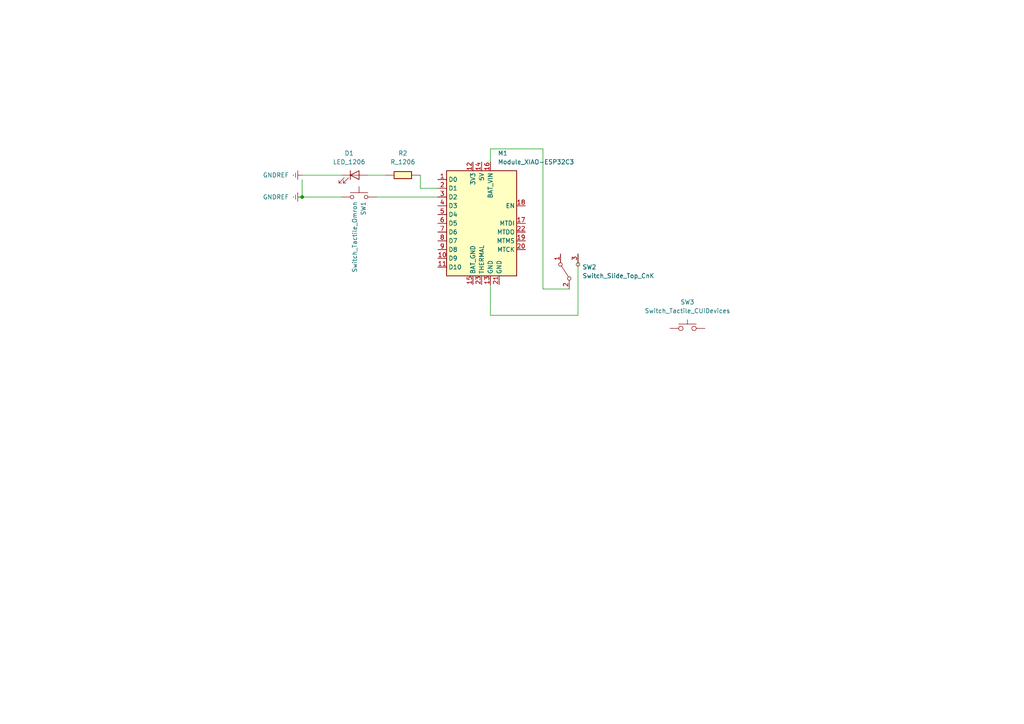
<source format=kicad_sch>
(kicad_sch
	(version 20250114)
	(generator "eeschema")
	(generator_version "9.0")
	(uuid "45a2b890-9628-4963-8740-5a1542b0683e")
	(paper "A4")
	(lib_symbols
		(symbol "fab:LED_1206"
			(pin_numbers
				(hide yes)
			)
			(pin_names
				(offset 1.016)
				(hide yes)
			)
			(exclude_from_sim no)
			(in_bom yes)
			(on_board yes)
			(property "Reference" "D"
				(at 0 2.54 0)
				(effects
					(font
						(size 1.27 1.27)
					)
				)
			)
			(property "Value" "LED_1206"
				(at 0 -2.54 0)
				(effects
					(font
						(size 1.27 1.27)
					)
				)
			)
			(property "Footprint" "fab:LED_1206"
				(at 0 0 0)
				(effects
					(font
						(size 1.27 1.27)
					)
					(hide yes)
				)
			)
			(property "Datasheet" "https://optoelectronics.liteon.com/upload/download/DS-22-98-0002/LTST-C150CKT.pdf"
				(at 0 0 0)
				(effects
					(font
						(size 1.27 1.27)
					)
					(hide yes)
				)
			)
			(property "Description" "Light emitting diode, Lite-On Inc. LTST, SMD"
				(at 0 0 0)
				(effects
					(font
						(size 1.27 1.27)
					)
					(hide yes)
				)
			)
			(property "ki_keywords" "LED diode 1206 SML-LX1206IC-TR SML-LX1206GC-TR 5988230107F 150120BS75000 QBLP650-IW HIR11-21C/L11/TR8"
				(at 0 0 0)
				(effects
					(font
						(size 1.27 1.27)
					)
					(hide yes)
				)
			)
			(property "ki_fp_filters" "*LED*1206*"
				(at 0 0 0)
				(effects
					(font
						(size 1.27 1.27)
					)
					(hide yes)
				)
			)
			(symbol "LED_1206_0_1"
				(polyline
					(pts
						(xy -3.048 -0.762) (xy -4.572 -2.286) (xy -3.81 -2.286) (xy -4.572 -2.286) (xy -4.572 -1.524)
					)
					(stroke
						(width 0)
						(type default)
					)
					(fill
						(type none)
					)
				)
				(polyline
					(pts
						(xy -1.778 -0.762) (xy -3.302 -2.286) (xy -2.54 -2.286) (xy -3.302 -2.286) (xy -3.302 -1.524)
					)
					(stroke
						(width 0)
						(type default)
					)
					(fill
						(type none)
					)
				)
				(polyline
					(pts
						(xy -1.27 0) (xy 1.27 0)
					)
					(stroke
						(width 0)
						(type default)
					)
					(fill
						(type none)
					)
				)
				(polyline
					(pts
						(xy -1.27 -1.27) (xy -1.27 1.27)
					)
					(stroke
						(width 0.2032)
						(type default)
					)
					(fill
						(type none)
					)
				)
				(polyline
					(pts
						(xy 1.27 -1.27) (xy 1.27 1.27) (xy -1.27 0) (xy 1.27 -1.27)
					)
					(stroke
						(width 0.2032)
						(type default)
					)
					(fill
						(type none)
					)
				)
			)
			(symbol "LED_1206_1_1"
				(pin passive line
					(at -3.81 0 0)
					(length 2.54)
					(name "K"
						(effects
							(font
								(size 1.27 1.27)
							)
						)
					)
					(number "1"
						(effects
							(font
								(size 1.27 1.27)
							)
						)
					)
				)
				(pin passive line
					(at 3.81 0 180)
					(length 2.54)
					(name "A"
						(effects
							(font
								(size 1.27 1.27)
							)
						)
					)
					(number "2"
						(effects
							(font
								(size 1.27 1.27)
							)
						)
					)
				)
			)
			(embedded_fonts no)
		)
		(symbol "fab:Module_XIAO-ESP32C3"
			(exclude_from_sim no)
			(in_bom yes)
			(on_board yes)
			(property "Reference" "M"
				(at -10.16 16.51 0)
				(effects
					(font
						(size 1.27 1.27)
					)
					(justify left)
				)
			)
			(property "Value" "Module_XIAO-ESP32C3"
				(at 3.81 16.51 0)
				(effects
					(font
						(size 1.27 1.27)
					)
					(justify left)
				)
			)
			(property "Footprint" "fab:SeeedStudio_XIAO_ESP32C3"
				(at 0 0 0)
				(effects
					(font
						(size 1.27 1.27)
					)
					(hide yes)
				)
			)
			(property "Datasheet" "https://wiki.seeedstudio.com/XIAO_ESP32C3_Getting_Started/"
				(at -2.54 0 0)
				(effects
					(font
						(size 1.27 1.27)
					)
					(hide yes)
				)
			)
			(property "Description" "ESP32-C3 Transceiver; 802.11 a/b/g/n (Wi-Fi, WiFi, WLAN), Bluetooth® Smart 4.x Low Energy (BLE) 2.4GHz Evaluation Board"
				(at 0 0 0)
				(effects
					(font
						(size 1.27 1.27)
					)
					(hide yes)
				)
			)
			(property "ki_keywords" "SEEED STUDIO XIAO ESP32C3 WIFI+B 113991054"
				(at 0 0 0)
				(effects
					(font
						(size 1.27 1.27)
					)
					(hide yes)
				)
			)
			(property "ki_fp_filters" "*SeeedStudio?XIAO?ESP32C*"
				(at 0 0 0)
				(effects
					(font
						(size 1.27 1.27)
					)
					(hide yes)
				)
			)
			(symbol "Module_XIAO-ESP32C3_1_1"
				(rectangle
					(start -10.16 15.24)
					(end 10.16 -15.24)
					(stroke
						(width 0.254)
						(type default)
					)
					(fill
						(type background)
					)
				)
				(pin bidirectional line
					(at -12.7 12.7 0)
					(length 2.54)
					(name "D0"
						(effects
							(font
								(size 1.27 1.27)
							)
						)
					)
					(number "1"
						(effects
							(font
								(size 1.27 1.27)
							)
						)
					)
				)
				(pin bidirectional line
					(at -12.7 10.16 0)
					(length 2.54)
					(name "D1"
						(effects
							(font
								(size 1.27 1.27)
							)
						)
					)
					(number "2"
						(effects
							(font
								(size 1.27 1.27)
							)
						)
					)
				)
				(pin bidirectional line
					(at -12.7 7.62 0)
					(length 2.54)
					(name "D2"
						(effects
							(font
								(size 1.27 1.27)
							)
						)
					)
					(number "3"
						(effects
							(font
								(size 1.27 1.27)
							)
						)
					)
				)
				(pin bidirectional line
					(at -12.7 5.08 0)
					(length 2.54)
					(name "D3"
						(effects
							(font
								(size 1.27 1.27)
							)
						)
					)
					(number "4"
						(effects
							(font
								(size 1.27 1.27)
							)
						)
					)
				)
				(pin bidirectional line
					(at -12.7 2.54 0)
					(length 2.54)
					(name "D4"
						(effects
							(font
								(size 1.27 1.27)
							)
						)
					)
					(number "5"
						(effects
							(font
								(size 1.27 1.27)
							)
						)
					)
				)
				(pin bidirectional line
					(at -12.7 0 0)
					(length 2.54)
					(name "D5"
						(effects
							(font
								(size 1.27 1.27)
							)
						)
					)
					(number "6"
						(effects
							(font
								(size 1.27 1.27)
							)
						)
					)
				)
				(pin bidirectional line
					(at -12.7 -2.54 0)
					(length 2.54)
					(name "D6"
						(effects
							(font
								(size 1.27 1.27)
							)
						)
					)
					(number "7"
						(effects
							(font
								(size 1.27 1.27)
							)
						)
					)
				)
				(pin bidirectional line
					(at -12.7 -5.08 0)
					(length 2.54)
					(name "D7"
						(effects
							(font
								(size 1.27 1.27)
							)
						)
					)
					(number "8"
						(effects
							(font
								(size 1.27 1.27)
							)
						)
					)
				)
				(pin bidirectional line
					(at -12.7 -7.62 0)
					(length 2.54)
					(name "D8"
						(effects
							(font
								(size 1.27 1.27)
							)
						)
					)
					(number "9"
						(effects
							(font
								(size 1.27 1.27)
							)
						)
					)
				)
				(pin bidirectional line
					(at -12.7 -10.16 0)
					(length 2.54)
					(name "D9"
						(effects
							(font
								(size 1.27 1.27)
							)
						)
					)
					(number "10"
						(effects
							(font
								(size 1.27 1.27)
							)
						)
					)
				)
				(pin bidirectional line
					(at -12.7 -12.7 0)
					(length 2.54)
					(name "D10"
						(effects
							(font
								(size 1.27 1.27)
							)
						)
					)
					(number "11"
						(effects
							(font
								(size 1.27 1.27)
							)
						)
					)
				)
				(pin power_in line
					(at -2.54 17.78 270)
					(length 2.54)
					(name "3V3"
						(effects
							(font
								(size 1.27 1.27)
							)
						)
					)
					(number "12"
						(effects
							(font
								(size 1.27 1.27)
							)
						)
					)
				)
				(pin power_in line
					(at -2.54 -17.78 90)
					(length 2.54)
					(name "BAT_GND"
						(effects
							(font
								(size 1.27 1.27)
							)
						)
					)
					(number "15"
						(effects
							(font
								(size 1.27 1.27)
							)
						)
					)
				)
				(pin power_in line
					(at 0 17.78 270)
					(length 2.54)
					(name "5V"
						(effects
							(font
								(size 1.27 1.27)
							)
						)
					)
					(number "14"
						(effects
							(font
								(size 1.27 1.27)
							)
						)
					)
				)
				(pin power_in line
					(at 0 -17.78 90)
					(length 2.54)
					(name "THERMAL"
						(effects
							(font
								(size 1.27 1.27)
							)
						)
					)
					(number "23"
						(effects
							(font
								(size 1.27 1.27)
							)
						)
					)
				)
				(pin power_in line
					(at 2.54 17.78 270)
					(length 2.54)
					(name "BAT_VIN"
						(effects
							(font
								(size 1.27 1.27)
							)
						)
					)
					(number "16"
						(effects
							(font
								(size 1.27 1.27)
							)
						)
					)
				)
				(pin power_in line
					(at 2.54 -17.78 90)
					(length 2.54)
					(name "GND"
						(effects
							(font
								(size 1.27 1.27)
							)
						)
					)
					(number "13"
						(effects
							(font
								(size 1.27 1.27)
							)
						)
					)
				)
				(pin power_in line
					(at 5.08 -17.78 90)
					(length 2.54)
					(name "GND"
						(effects
							(font
								(size 1.27 1.27)
							)
						)
					)
					(number "21"
						(effects
							(font
								(size 1.27 1.27)
							)
						)
					)
				)
				(pin input line
					(at 12.7 5.08 180)
					(length 2.54)
					(name "EN"
						(effects
							(font
								(size 1.27 1.27)
							)
						)
					)
					(number "18"
						(effects
							(font
								(size 1.27 1.27)
							)
						)
					)
				)
				(pin input line
					(at 12.7 0 180)
					(length 2.54)
					(name "MTDI"
						(effects
							(font
								(size 1.27 1.27)
							)
						)
					)
					(number "17"
						(effects
							(font
								(size 1.27 1.27)
							)
						)
					)
				)
				(pin output line
					(at 12.7 -2.54 180)
					(length 2.54)
					(name "MTDO"
						(effects
							(font
								(size 1.27 1.27)
							)
						)
					)
					(number "22"
						(effects
							(font
								(size 1.27 1.27)
							)
						)
					)
				)
				(pin input line
					(at 12.7 -5.08 180)
					(length 2.54)
					(name "MTMS"
						(effects
							(font
								(size 1.27 1.27)
							)
						)
					)
					(number "19"
						(effects
							(font
								(size 1.27 1.27)
							)
						)
					)
				)
				(pin input line
					(at 12.7 -7.62 180)
					(length 2.54)
					(name "MTCK"
						(effects
							(font
								(size 1.27 1.27)
							)
						)
					)
					(number "20"
						(effects
							(font
								(size 1.27 1.27)
							)
						)
					)
				)
			)
			(embedded_fonts no)
		)
		(symbol "fab:R_1206"
			(pin_numbers
				(hide yes)
			)
			(pin_names
				(offset 0)
			)
			(exclude_from_sim no)
			(in_bom yes)
			(on_board yes)
			(property "Reference" "R"
				(at 2.54 0 90)
				(effects
					(font
						(size 1.27 1.27)
					)
				)
			)
			(property "Value" "R_1206"
				(at -2.54 0 90)
				(effects
					(font
						(size 1.27 1.27)
					)
				)
			)
			(property "Footprint" "fab:R_1206"
				(at 0 0 90)
				(effects
					(font
						(size 1.27 1.27)
					)
					(hide yes)
				)
			)
			(property "Datasheet" "~"
				(at 0 0 0)
				(effects
					(font
						(size 1.27 1.27)
					)
					(hide yes)
				)
			)
			(property "Description" "Resistor"
				(at 0 0 0)
				(effects
					(font
						(size 1.27 1.27)
					)
					(hide yes)
				)
			)
			(property "ki_keywords" "R res resistor RC1206FR-074M99L RC1206FR-07499KL RC1206FR-0749K9L RC1206FR-0749R9L RC1206FR-074R99L ERJ-8BWJR100V RC1206FR-070RL RC1206FR-071RL RC1206FR-0710RL RC1206FR-07100RL RC1206FR-07499RL RC1206FR-071KL RC1206FR-074K99L RC1206FR-0710KL RC1206FR-07100KL RC1206FR-071ML RC1206FR-0710ML PT1206FR-070R1L"
				(at 0 0 0)
				(effects
					(font
						(size 1.27 1.27)
					)
					(hide yes)
				)
			)
			(property "ki_fp_filters" "*R*1206*"
				(at 0 0 0)
				(effects
					(font
						(size 1.27 1.27)
					)
					(hide yes)
				)
			)
			(symbol "R_1206_0_1"
				(rectangle
					(start -1.016 -2.54)
					(end 1.016 2.54)
					(stroke
						(width 0.254)
						(type default)
					)
					(fill
						(type background)
					)
				)
			)
			(symbol "R_1206_1_1"
				(pin passive line
					(at 0 5.08 270)
					(length 2.54)
					(name "~"
						(effects
							(font
								(size 1.27 1.27)
							)
						)
					)
					(number "1"
						(effects
							(font
								(size 1.27 1.27)
							)
						)
					)
				)
				(pin passive line
					(at 0 -5.08 90)
					(length 2.54)
					(name "~"
						(effects
							(font
								(size 1.27 1.27)
							)
						)
					)
					(number "2"
						(effects
							(font
								(size 1.27 1.27)
							)
						)
					)
				)
			)
			(embedded_fonts no)
		)
		(symbol "fab:Switch_Slide_Top_CnK"
			(pin_names
				(offset 0)
				(hide yes)
			)
			(exclude_from_sim no)
			(in_bom yes)
			(on_board yes)
			(property "Reference" "SW"
				(at 0 4.318 0)
				(effects
					(font
						(size 1.27 1.27)
					)
				)
			)
			(property "Value" "Switch_Slide_Top_CnK"
				(at 0 -5.08 0)
				(effects
					(font
						(size 1.27 1.27)
					)
				)
			)
			(property "Footprint" "fab:Switch_Slide_Top_CnK_JS102011SCQN_8.5x3.5mm"
				(at 0 0 0)
				(effects
					(font
						(size 1.27 1.27)
					)
					(hide yes)
				)
			)
			(property "Datasheet" "https://www.ckswitches.com/media/1422/js.pdf"
				(at 0 0 0)
				(effects
					(font
						(size 1.27 1.27)
					)
					(hide yes)
				)
			)
			(property "Description" "Slide Switch SPDT Surface Mount"
				(at 0 0 0)
				(effects
					(font
						(size 1.27 1.27)
					)
					(hide yes)
				)
			)
			(property "ki_keywords" "switch single-pole double-throw spdt ON-ON JS102011JCQN JS102011SCQN top smd"
				(at 0 0 0)
				(effects
					(font
						(size 1.27 1.27)
					)
					(hide yes)
				)
			)
			(property "ki_fp_filters" "*Switch*CnK?JS102011JCQN*"
				(at 0 0 0)
				(effects
					(font
						(size 1.27 1.27)
					)
					(hide yes)
				)
			)
			(symbol "Switch_Slide_Top_CnK_0_0"
				(circle
					(center -2.032 0)
					(radius 0.508)
					(stroke
						(width 0)
						(type default)
					)
					(fill
						(type none)
					)
				)
				(circle
					(center 2.032 -2.54)
					(radius 0.508)
					(stroke
						(width 0)
						(type default)
					)
					(fill
						(type none)
					)
				)
			)
			(symbol "Switch_Slide_Top_CnK_0_1"
				(polyline
					(pts
						(xy -1.524 0.254) (xy 1.651 2.286)
					)
					(stroke
						(width 0)
						(type default)
					)
					(fill
						(type none)
					)
				)
				(circle
					(center 2.032 2.54)
					(radius 0.508)
					(stroke
						(width 0)
						(type default)
					)
					(fill
						(type none)
					)
				)
			)
			(symbol "Switch_Slide_Top_CnK_1_1"
				(pin passive line
					(at -5.08 0 0)
					(length 2.54)
					(name "B"
						(effects
							(font
								(size 1.27 1.27)
							)
						)
					)
					(number "2"
						(effects
							(font
								(size 1.27 1.27)
							)
						)
					)
				)
				(pin passive line
					(at 5.08 2.54 180)
					(length 2.54)
					(name "A"
						(effects
							(font
								(size 1.27 1.27)
							)
						)
					)
					(number "1"
						(effects
							(font
								(size 1.27 1.27)
							)
						)
					)
				)
				(pin passive line
					(at 5.08 -2.54 180)
					(length 2.54)
					(name "C"
						(effects
							(font
								(size 1.27 1.27)
							)
						)
					)
					(number "3"
						(effects
							(font
								(size 1.27 1.27)
							)
						)
					)
				)
			)
			(embedded_fonts no)
		)
		(symbol "fab:Switch_Tactile_CUIDevices"
			(pin_numbers
				(hide yes)
			)
			(pin_names
				(hide yes)
			)
			(exclude_from_sim no)
			(in_bom yes)
			(on_board yes)
			(property "Reference" "SW"
				(at 1.905 3.175 0)
				(effects
					(font
						(size 1.27 1.27)
					)
				)
			)
			(property "Value" "Switch_Tactile_CUIDevices"
				(at 0 0 0)
				(effects
					(font
						(size 1.27 1.27)
					)
				)
			)
			(property "Footprint" "fab:Button_CUIDevices_TS04-66-43-BK-260-SMT_6.0x6.0mm"
				(at 0 0 0)
				(effects
					(font
						(size 1.27 1.27)
					)
					(hide yes)
				)
			)
			(property "Datasheet" "https://www.cuidevices.com/product/resource/ts04.pdf"
				(at 0 0 0)
				(effects
					(font
						(size 1.27 1.27)
					)
					(hide yes)
				)
			)
			(property "Description" "SWITCH TACTILE SPST-NO 0.05A 15V"
				(at 0 0 0)
				(effects
					(font
						(size 1.27 1.27)
					)
					(hide yes)
				)
			)
			(property "ki_keywords" "btn button tactile switch low profile TS04-66-43-BK-260-SMT"
				(at 0 0 0)
				(effects
					(font
						(size 1.27 1.27)
					)
					(hide yes)
				)
			)
			(property "ki_fp_filters" "*Button?CUIDevices?TS04?66?43?BK?260*"
				(at 0 0 0)
				(effects
					(font
						(size 1.27 1.27)
					)
					(hide yes)
				)
			)
			(symbol "Switch_Tactile_CUIDevices_0_1"
				(polyline
					(pts
						(xy -2.54 1.27) (xy 2.54 1.27)
					)
					(stroke
						(width 0)
						(type default)
					)
					(fill
						(type none)
					)
				)
				(circle
					(center -1.905 0)
					(radius 0.635)
					(stroke
						(width 0)
						(type default)
					)
					(fill
						(type none)
					)
				)
				(polyline
					(pts
						(xy 0 1.27) (xy 0 2.54)
					)
					(stroke
						(width 0)
						(type default)
					)
					(fill
						(type none)
					)
				)
				(circle
					(center 1.905 0)
					(radius 0.635)
					(stroke
						(width 0)
						(type default)
					)
					(fill
						(type none)
					)
				)
			)
			(symbol "Switch_Tactile_CUIDevices_1_1"
				(pin input line
					(at -5.08 0 0)
					(length 2.54)
					(name ""
						(effects
							(font
								(size 1.27 1.27)
							)
						)
					)
					(number "1"
						(effects
							(font
								(size 1.27 1.27)
							)
						)
					)
				)
				(pin input line
					(at -5.08 0 0)
					(length 2.54)
					(hide yes)
					(name ""
						(effects
							(font
								(size 1.27 1.27)
							)
						)
					)
					(number "2"
						(effects
							(font
								(size 1.27 1.27)
							)
						)
					)
				)
				(pin input line
					(at 5.08 0 180)
					(length 2.54)
					(name ""
						(effects
							(font
								(size 1.27 1.27)
							)
						)
					)
					(number "3"
						(effects
							(font
								(size 1.27 1.27)
							)
						)
					)
				)
				(pin input line
					(at 5.08 0 180)
					(length 2.54)
					(hide yes)
					(name ""
						(effects
							(font
								(size 1.27 1.27)
							)
						)
					)
					(number "4"
						(effects
							(font
								(size 1.27 1.27)
							)
						)
					)
				)
			)
			(embedded_fonts no)
		)
		(symbol "fab:Switch_Tactile_Omron"
			(pin_numbers
				(hide yes)
			)
			(pin_names
				(offset 1.016)
				(hide yes)
			)
			(exclude_from_sim no)
			(in_bom yes)
			(on_board yes)
			(property "Reference" "SW"
				(at 1.27 2.54 0)
				(effects
					(font
						(size 1.27 1.27)
					)
					(justify left)
				)
			)
			(property "Value" "Switch_Tactile_Omron"
				(at 0 -1.524 0)
				(effects
					(font
						(size 1.27 1.27)
					)
				)
			)
			(property "Footprint" "fab:Button_Omron_B3SN_6.0x6.0mm"
				(at 0 0 0)
				(effects
					(font
						(size 1.27 1.27)
					)
					(hide yes)
				)
			)
			(property "Datasheet" "https://omronfs.omron.com/en_US/ecb/products/pdf/en-b3sn.pdf"
				(at 0 0 0)
				(effects
					(font
						(size 1.27 1.27)
					)
					(hide yes)
				)
			)
			(property "Description" "Push button switch, Omron, B3SN, Sealed Tactile Switch (SMT), SPST-NO Top Actuated Surface Mount"
				(at 0 0 0)
				(effects
					(font
						(size 1.27 1.27)
					)
					(hide yes)
				)
			)
			(property "ki_keywords" "switch normally-open pushbutton push-button button tactile spst single pole single throw B3SN-3112P"
				(at 0 0 0)
				(effects
					(font
						(size 1.27 1.27)
					)
					(hide yes)
				)
			)
			(property "ki_fp_filters" "*Button*"
				(at 0 0 0)
				(effects
					(font
						(size 1.27 1.27)
					)
					(hide yes)
				)
			)
			(symbol "Switch_Tactile_Omron_0_1"
				(circle
					(center -2.032 0)
					(radius 0.508)
					(stroke
						(width 0)
						(type default)
					)
					(fill
						(type none)
					)
				)
				(polyline
					(pts
						(xy 0 1.27) (xy 0 3.048)
					)
					(stroke
						(width 0)
						(type default)
					)
					(fill
						(type none)
					)
				)
				(circle
					(center 2.032 0)
					(radius 0.508)
					(stroke
						(width 0)
						(type default)
					)
					(fill
						(type none)
					)
				)
				(polyline
					(pts
						(xy 2.54 1.27) (xy -2.54 1.27)
					)
					(stroke
						(width 0)
						(type default)
					)
					(fill
						(type none)
					)
				)
				(pin passive line
					(at -5.08 0 0)
					(length 2.54)
					(name "1"
						(effects
							(font
								(size 1.27 1.27)
							)
						)
					)
					(number "1"
						(effects
							(font
								(size 1.27 1.27)
							)
						)
					)
				)
				(pin passive line
					(at 5.08 0 180)
					(length 2.54)
					(name "2"
						(effects
							(font
								(size 1.27 1.27)
							)
						)
					)
					(number "2"
						(effects
							(font
								(size 1.27 1.27)
							)
						)
					)
				)
			)
			(embedded_fonts no)
		)
		(symbol "power:GNDREF"
			(power)
			(pin_numbers
				(hide yes)
			)
			(pin_names
				(offset 0)
				(hide yes)
			)
			(exclude_from_sim no)
			(in_bom yes)
			(on_board yes)
			(property "Reference" "#PWR"
				(at 0 -6.35 0)
				(effects
					(font
						(size 1.27 1.27)
					)
					(hide yes)
				)
			)
			(property "Value" "GNDREF"
				(at 0 -3.81 0)
				(effects
					(font
						(size 1.27 1.27)
					)
				)
			)
			(property "Footprint" ""
				(at 0 0 0)
				(effects
					(font
						(size 1.27 1.27)
					)
					(hide yes)
				)
			)
			(property "Datasheet" ""
				(at 0 0 0)
				(effects
					(font
						(size 1.27 1.27)
					)
					(hide yes)
				)
			)
			(property "Description" "Power symbol creates a global label with name \"GNDREF\" , reference supply ground"
				(at 0 0 0)
				(effects
					(font
						(size 1.27 1.27)
					)
					(hide yes)
				)
			)
			(property "ki_keywords" "global power"
				(at 0 0 0)
				(effects
					(font
						(size 1.27 1.27)
					)
					(hide yes)
				)
			)
			(symbol "GNDREF_0_1"
				(polyline
					(pts
						(xy -0.635 -1.905) (xy 0.635 -1.905)
					)
					(stroke
						(width 0)
						(type default)
					)
					(fill
						(type none)
					)
				)
				(polyline
					(pts
						(xy -0.127 -2.54) (xy 0.127 -2.54)
					)
					(stroke
						(width 0)
						(type default)
					)
					(fill
						(type none)
					)
				)
				(polyline
					(pts
						(xy 0 -1.27) (xy 0 0)
					)
					(stroke
						(width 0)
						(type default)
					)
					(fill
						(type none)
					)
				)
				(polyline
					(pts
						(xy 1.27 -1.27) (xy -1.27 -1.27)
					)
					(stroke
						(width 0)
						(type default)
					)
					(fill
						(type none)
					)
				)
			)
			(symbol "GNDREF_1_1"
				(pin power_in line
					(at 0 0 270)
					(length 0)
					(name "~"
						(effects
							(font
								(size 1.27 1.27)
							)
						)
					)
					(number "1"
						(effects
							(font
								(size 1.27 1.27)
							)
						)
					)
				)
			)
			(embedded_fonts no)
		)
	)
	(junction
		(at 87.63 57.15)
		(diameter 0)
		(color 0 0 0 0)
		(uuid "d98da6a7-3680-45c1-83ef-7a917dd27da3")
	)
	(wire
		(pts
			(xy 157.48 43.18) (xy 157.48 83.82)
		)
		(stroke
			(width 0)
			(type default)
		)
		(uuid "0269cb3f-992f-4d43-9924-416403b4ded1")
	)
	(wire
		(pts
			(xy 106.68 50.8) (xy 111.76 50.8)
		)
		(stroke
			(width 0)
			(type default)
		)
		(uuid "125527f0-4410-47ef-9c2c-f2cf84edc0f3")
	)
	(wire
		(pts
			(xy 121.92 54.61) (xy 127 54.61)
		)
		(stroke
			(width 0)
			(type default)
		)
		(uuid "1b91ad46-89e0-4247-8c0f-f15c5e733f7c")
	)
	(wire
		(pts
			(xy 142.24 91.44) (xy 142.24 82.55)
		)
		(stroke
			(width 0)
			(type default)
		)
		(uuid "24b7ea71-acd0-4410-baaa-13f839145579")
	)
	(wire
		(pts
			(xy 109.22 57.15) (xy 127 57.15)
		)
		(stroke
			(width 0)
			(type default)
		)
		(uuid "28ee503a-204f-421c-9c9d-b6c8a405fcb0")
	)
	(wire
		(pts
			(xy 87.63 52.07) (xy 87.63 57.15)
		)
		(stroke
			(width 0)
			(type default)
		)
		(uuid "4eb9a6c5-4830-4691-bd5c-7e8e02ffd78f")
	)
	(wire
		(pts
			(xy 142.24 91.44) (xy 167.64 91.44)
		)
		(stroke
			(width 0)
			(type default)
		)
		(uuid "6b64aade-3d0b-4295-90a5-072583b61f6a")
	)
	(wire
		(pts
			(xy 87.63 57.15) (xy 99.06 57.15)
		)
		(stroke
			(width 0)
			(type default)
		)
		(uuid "70146e02-9661-4e88-a761-4ecd2bab0ad9")
	)
	(wire
		(pts
			(xy 142.24 43.18) (xy 142.24 46.99)
		)
		(stroke
			(width 0)
			(type default)
		)
		(uuid "84bfc405-720f-4385-91b2-7b4285cd1732")
	)
	(wire
		(pts
			(xy 142.24 43.18) (xy 157.48 43.18)
		)
		(stroke
			(width 0)
			(type default)
		)
		(uuid "a2e01812-bfc1-4b00-8177-b9b6af766479")
	)
	(wire
		(pts
			(xy 167.64 73.66) (xy 167.64 91.44)
		)
		(stroke
			(width 0)
			(type default)
		)
		(uuid "b0b8ff1a-2de4-4f9b-af17-9076538cde44")
	)
	(wire
		(pts
			(xy 157.48 83.82) (xy 165.1 83.82)
		)
		(stroke
			(width 0)
			(type default)
		)
		(uuid "c12a1583-b44e-4370-aae7-964a2bb46dae")
	)
	(wire
		(pts
			(xy 121.92 50.8) (xy 121.92 54.61)
		)
		(stroke
			(width 0)
			(type default)
		)
		(uuid "d37fd010-45c5-413c-acb9-6848b60bb6af")
	)
	(wire
		(pts
			(xy 87.63 50.8) (xy 99.06 50.8)
		)
		(stroke
			(width 0)
			(type default)
		)
		(uuid "f92d1ffe-2a27-4d73-9537-2f3e7d85f871")
	)
	(symbol
		(lib_id "fab:Switch_Slide_Top_CnK")
		(at 165.1 78.74 90)
		(unit 1)
		(exclude_from_sim no)
		(in_bom yes)
		(on_board yes)
		(dnp no)
		(fields_autoplaced yes)
		(uuid "0087d8fb-d9fb-4fdf-aef0-fa8b8e7f77a7")
		(property "Reference" "SW2"
			(at 168.91 77.4699 90)
			(effects
				(font
					(size 1.27 1.27)
				)
				(justify right)
			)
		)
		(property "Value" "Switch_Slide_Top_CnK"
			(at 168.91 80.0099 90)
			(effects
				(font
					(size 1.27 1.27)
				)
				(justify right)
			)
		)
		(property "Footprint" "fab:Switch_Slide_Top_CnK_JS102011SCQN_8.5x3.5mm"
			(at 165.1 78.74 0)
			(effects
				(font
					(size 1.27 1.27)
				)
				(hide yes)
			)
		)
		(property "Datasheet" "https://www.ckswitches.com/media/1422/js.pdf"
			(at 165.1 78.74 0)
			(effects
				(font
					(size 1.27 1.27)
				)
				(hide yes)
			)
		)
		(property "Description" "Slide Switch SPDT Surface Mount"
			(at 165.1 78.74 0)
			(effects
				(font
					(size 1.27 1.27)
				)
				(hide yes)
			)
		)
		(pin "2"
			(uuid "d67807a8-c7cc-47a1-93ab-0fef05464f96")
		)
		(pin "3"
			(uuid "b6cdb0db-512b-485f-b8b0-cc70fba4b06f")
		)
		(pin "1"
			(uuid "8c47d285-833a-44f2-9964-3208019dcc0c")
		)
		(instances
			(project ""
				(path "/45a2b890-9628-4963-8740-5a1542b0683e"
					(reference "SW2")
					(unit 1)
				)
			)
		)
	)
	(symbol
		(lib_id "fab:R_1206")
		(at 116.84 50.8 90)
		(unit 1)
		(exclude_from_sim no)
		(in_bom yes)
		(on_board yes)
		(dnp no)
		(uuid "0c96a400-1bf2-481a-b683-e9a4a2a1ea5c")
		(property "Reference" "R2"
			(at 116.84 44.45 90)
			(effects
				(font
					(size 1.27 1.27)
				)
			)
		)
		(property "Value" "R_1206"
			(at 116.84 46.99 90)
			(effects
				(font
					(size 1.27 1.27)
				)
			)
		)
		(property "Footprint" "fab:R_1206"
			(at 116.84 50.8 90)
			(effects
				(font
					(size 1.27 1.27)
				)
				(hide yes)
			)
		)
		(property "Datasheet" "1002?"
			(at 116.84 50.8 0)
			(effects
				(font
					(size 1.27 1.27)
				)
				(hide yes)
			)
		)
		(property "Description" "Resistor"
			(at 116.84 50.8 0)
			(effects
				(font
					(size 1.27 1.27)
				)
				(hide yes)
			)
		)
		(pin "2"
			(uuid "d2c34d88-c320-4645-aa72-fdddd619133d")
		)
		(pin "1"
			(uuid "4f9d3cf8-c9f2-4e2f-8a58-82af007224bd")
		)
		(instances
			(project ""
				(path "/45a2b890-9628-4963-8740-5a1542b0683e"
					(reference "R2")
					(unit 1)
				)
			)
		)
	)
	(symbol
		(lib_id "fab:Switch_Tactile_CUIDevices")
		(at 199.39 95.25 0)
		(unit 1)
		(exclude_from_sim no)
		(in_bom yes)
		(on_board yes)
		(dnp no)
		(fields_autoplaced yes)
		(uuid "46133a00-284d-4348-a55c-6530962a000c")
		(property "Reference" "SW3"
			(at 199.39 87.63 0)
			(effects
				(font
					(size 1.27 1.27)
				)
			)
		)
		(property "Value" "Switch_Tactile_CUIDevices"
			(at 199.39 90.17 0)
			(effects
				(font
					(size 1.27 1.27)
				)
			)
		)
		(property "Footprint" "fab:Button_CUIDevices_TS04-66-43-BK-260-SMT_6.0x6.0mm"
			(at 199.39 95.25 0)
			(effects
				(font
					(size 1.27 1.27)
				)
				(hide yes)
			)
		)
		(property "Datasheet" "https://www.cuidevices.com/product/resource/ts04.pdf"
			(at 199.39 95.25 0)
			(effects
				(font
					(size 1.27 1.27)
				)
				(hide yes)
			)
		)
		(property "Description" "SWITCH TACTILE SPST-NO 0.05A 15V"
			(at 199.39 95.25 0)
			(effects
				(font
					(size 1.27 1.27)
				)
				(hide yes)
			)
		)
		(pin "3"
			(uuid "ade3646f-c683-4e53-84a4-e763aab8925c")
		)
		(pin "2"
			(uuid "7fac661f-b3d1-475d-90c9-8cb43bc1e0ce")
		)
		(pin "1"
			(uuid "1ee85073-96df-4a2e-9a61-ab26b76d3787")
		)
		(pin "4"
			(uuid "2d094fc0-3e0f-4110-b929-e77ccbb7ab7e")
		)
		(instances
			(project ""
				(path "/45a2b890-9628-4963-8740-5a1542b0683e"
					(reference "SW3")
					(unit 1)
				)
			)
		)
	)
	(symbol
		(lib_id "power:GNDREF")
		(at 87.63 50.8 270)
		(unit 1)
		(exclude_from_sim no)
		(in_bom yes)
		(on_board yes)
		(dnp no)
		(fields_autoplaced yes)
		(uuid "54dcd0a9-4376-42f1-b23a-632e39a03695")
		(property "Reference" "#PWR01"
			(at 81.28 50.8 0)
			(effects
				(font
					(size 1.27 1.27)
				)
				(hide yes)
			)
		)
		(property "Value" "GNDREF"
			(at 83.82 50.7999 90)
			(effects
				(font
					(size 1.27 1.27)
				)
				(justify right)
			)
		)
		(property "Footprint" ""
			(at 87.63 50.8 0)
			(effects
				(font
					(size 1.27 1.27)
				)
				(hide yes)
			)
		)
		(property "Datasheet" ""
			(at 87.63 50.8 0)
			(effects
				(font
					(size 1.27 1.27)
				)
				(hide yes)
			)
		)
		(property "Description" "Power symbol creates a global label with name \"GNDREF\" , reference supply ground"
			(at 87.63 50.8 0)
			(effects
				(font
					(size 1.27 1.27)
				)
				(hide yes)
			)
		)
		(pin "1"
			(uuid "6ea61697-0f3a-4fdb-b46e-6efd6e97181b")
		)
		(instances
			(project ""
				(path "/45a2b890-9628-4963-8740-5a1542b0683e"
					(reference "#PWR01")
					(unit 1)
				)
			)
		)
	)
	(symbol
		(lib_id "fab:Module_XIAO-ESP32C3")
		(at 139.7 64.77 0)
		(unit 1)
		(exclude_from_sim no)
		(in_bom yes)
		(on_board yes)
		(dnp no)
		(fields_autoplaced yes)
		(uuid "626bf627-5047-4e4a-8b6b-6f4be852a2b2")
		(property "Reference" "M1"
			(at 144.3833 44.45 0)
			(effects
				(font
					(size 1.27 1.27)
				)
				(justify left)
			)
		)
		(property "Value" "Module_XIAO-ESP32C3"
			(at 144.3833 46.99 0)
			(effects
				(font
					(size 1.27 1.27)
				)
				(justify left)
			)
		)
		(property "Footprint" "fab:SeeedStudio_XIAO_ESP32C3"
			(at 139.7 64.77 0)
			(effects
				(font
					(size 1.27 1.27)
				)
				(hide yes)
			)
		)
		(property "Datasheet" "https://wiki.seeedstudio.com/XIAO_ESP32C3_Getting_Started/"
			(at 137.16 64.77 0)
			(effects
				(font
					(size 1.27 1.27)
				)
				(hide yes)
			)
		)
		(property "Description" "ESP32-C3 Transceiver; 802.11 a/b/g/n (Wi-Fi, WiFi, WLAN), Bluetooth® Smart 4.x Low Energy (BLE) 2.4GHz Evaluation Board"
			(at 139.7 64.77 0)
			(effects
				(font
					(size 1.27 1.27)
				)
				(hide yes)
			)
		)
		(pin "14"
			(uuid "266dd162-190f-44d6-a74c-d145693127c2")
		)
		(pin "17"
			(uuid "9a7f4838-41d4-4e6b-bea6-ed5a8fa7336b")
		)
		(pin "22"
			(uuid "a40fe2d7-9fd3-40b7-b8ed-db3cdb4ac3ef")
		)
		(pin "9"
			(uuid "f469f23b-41b3-41ce-94e9-e48cc713a7a5")
		)
		(pin "11"
			(uuid "67e885ec-dae6-4033-8932-7c5b8cc356b7")
		)
		(pin "12"
			(uuid "f4f18227-b280-4795-aa88-385621828528")
		)
		(pin "1"
			(uuid "ba78603f-b823-4883-81d6-7ccb27931dfe")
		)
		(pin "15"
			(uuid "b82d4de0-d56e-404d-abc3-edb7194fe585")
		)
		(pin "10"
			(uuid "b8a60a0f-3a98-4925-92c8-cef4892cb26e")
		)
		(pin "13"
			(uuid "f93bd0ce-44d2-4998-9d7c-a3e6eaacb480")
		)
		(pin "4"
			(uuid "5ab0cac8-97dd-49bb-8de9-192b695f6ac8")
		)
		(pin "20"
			(uuid "071d212b-788c-4c4a-8000-764846ea6114")
		)
		(pin "21"
			(uuid "a7663bc5-cf17-41c3-971a-4da6df0de101")
		)
		(pin "5"
			(uuid "36b03a9d-05a5-4f42-af71-f95886f536b5")
		)
		(pin "3"
			(uuid "bebbef24-811f-43b2-8d22-48754162082c")
		)
		(pin "6"
			(uuid "18324497-2949-43cb-8526-9fea51b3ae0b")
		)
		(pin "2"
			(uuid "3790dc0a-f6ee-4d91-a59e-2025ae0d7051")
		)
		(pin "7"
			(uuid "1cef5508-7ac7-4bc4-b710-2792dcc3c27b")
		)
		(pin "23"
			(uuid "7470de6a-d200-4a88-ada4-857b10d2ef5f")
		)
		(pin "16"
			(uuid "eb0520dc-bd57-480e-ad83-2c6e6ddf4875")
		)
		(pin "8"
			(uuid "d76885de-564f-47af-b73b-36da6502a91f")
		)
		(pin "18"
			(uuid "d0a9013b-6604-4003-969f-92451e58c51f")
		)
		(pin "19"
			(uuid "94691488-62f0-4c55-9267-982f68966cb2")
		)
		(instances
			(project ""
				(path "/45a2b890-9628-4963-8740-5a1542b0683e"
					(reference "M1")
					(unit 1)
				)
			)
		)
	)
	(symbol
		(lib_id "power:GNDREF")
		(at 87.63 57.15 270)
		(unit 1)
		(exclude_from_sim no)
		(in_bom yes)
		(on_board yes)
		(dnp no)
		(fields_autoplaced yes)
		(uuid "a7943657-9d45-4c71-a4ac-36e5a11d42ed")
		(property "Reference" "#PWR02"
			(at 81.28 57.15 0)
			(effects
				(font
					(size 1.27 1.27)
				)
				(hide yes)
			)
		)
		(property "Value" "GNDREF"
			(at 83.82 57.1499 90)
			(effects
				(font
					(size 1.27 1.27)
				)
				(justify right)
			)
		)
		(property "Footprint" ""
			(at 87.63 57.15 0)
			(effects
				(font
					(size 1.27 1.27)
				)
				(hide yes)
			)
		)
		(property "Datasheet" ""
			(at 87.63 57.15 0)
			(effects
				(font
					(size 1.27 1.27)
				)
				(hide yes)
			)
		)
		(property "Description" "Power symbol creates a global label with name \"GNDREF\" , reference supply ground"
			(at 87.63 57.15 0)
			(effects
				(font
					(size 1.27 1.27)
				)
				(hide yes)
			)
		)
		(pin "1"
			(uuid "8ccb8fc5-f3d3-4e14-b266-05565d1cf933")
		)
		(instances
			(project ""
				(path "/45a2b890-9628-4963-8740-5a1542b0683e"
					(reference "#PWR02")
					(unit 1)
				)
			)
		)
	)
	(symbol
		(lib_id "fab:Switch_Tactile_Omron")
		(at 104.14 57.15 0)
		(unit 1)
		(exclude_from_sim no)
		(in_bom yes)
		(on_board yes)
		(dnp no)
		(fields_autoplaced yes)
		(uuid "ce2eb786-17b3-4fed-ac02-8c414565b632")
		(property "Reference" "SW1"
			(at 105.4101 58.42 90)
			(effects
				(font
					(size 1.27 1.27)
				)
				(justify right)
			)
		)
		(property "Value" "Switch_Tactile_Omron"
			(at 102.8701 58.42 90)
			(effects
				(font
					(size 1.27 1.27)
				)
				(justify right)
			)
		)
		(property "Footprint" "fab:Button_Omron_B3SN_6.0x6.0mm"
			(at 104.14 57.15 0)
			(effects
				(font
					(size 1.27 1.27)
				)
				(hide yes)
			)
		)
		(property "Datasheet" "https://omronfs.omron.com/en_US/ecb/products/pdf/en-b3sn.pdf"
			(at 104.14 57.15 0)
			(effects
				(font
					(size 1.27 1.27)
				)
				(hide yes)
			)
		)
		(property "Description" "Push button switch, Omron, B3SN, Sealed Tactile Switch (SMT), SPST-NO Top Actuated Surface Mount"
			(at 104.14 57.15 0)
			(effects
				(font
					(size 1.27 1.27)
				)
				(hide yes)
			)
		)
		(pin "1"
			(uuid "fbcd28a4-20d4-4169-8aab-6ae5935085d8")
		)
		(pin "2"
			(uuid "29d7ad47-614e-4181-8a3b-5eec922d3e5d")
		)
		(instances
			(project ""
				(path "/45a2b890-9628-4963-8740-5a1542b0683e"
					(reference "SW1")
					(unit 1)
				)
			)
		)
	)
	(symbol
		(lib_id "fab:LED_1206")
		(at 102.87 50.8 0)
		(unit 1)
		(exclude_from_sim no)
		(in_bom yes)
		(on_board yes)
		(dnp no)
		(uuid "ce376468-99bc-4671-acd6-21c1baf7686b")
		(property "Reference" "D1"
			(at 101.2698 44.45 0)
			(effects
				(font
					(size 1.27 1.27)
				)
			)
		)
		(property "Value" "LED_1206"
			(at 101.2698 46.99 0)
			(effects
				(font
					(size 1.27 1.27)
				)
			)
		)
		(property "Footprint" "fab:LED_1206"
			(at 102.87 50.8 0)
			(effects
				(font
					(size 1.27 1.27)
				)
				(hide yes)
			)
		)
		(property "Datasheet" "https://optoelectronics.liteon.com/upload/download/DS-22-98-0002/LTST-C150CKT.pdf"
			(at 102.87 50.8 0)
			(effects
				(font
					(size 1.27 1.27)
				)
				(hide yes)
			)
		)
		(property "Description" "Light emitting diode, Lite-On Inc. LTST, SMD"
			(at 102.87 50.8 0)
			(effects
				(font
					(size 1.27 1.27)
				)
				(hide yes)
			)
		)
		(pin "2"
			(uuid "c8fbc670-4a37-474d-b23a-3e7e430d8b40")
		)
		(pin "1"
			(uuid "b2fe1af2-00c5-4eda-bddc-66f618866590")
		)
		(instances
			(project ""
				(path "/45a2b890-9628-4963-8740-5a1542b0683e"
					(reference "D1")
					(unit 1)
				)
			)
		)
	)
	(sheet_instances
		(path "/"
			(page "1")
		)
	)
	(embedded_fonts no)
)

</source>
